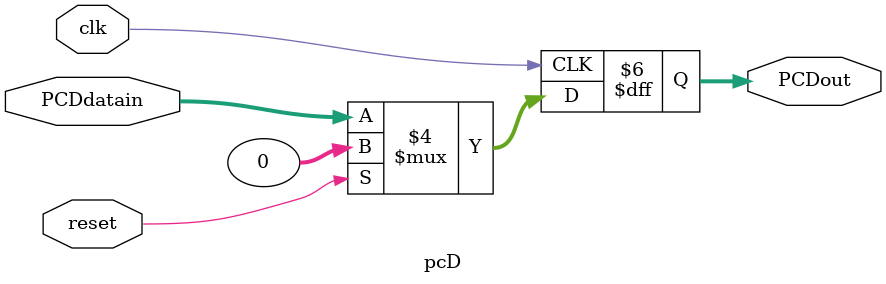
<source format=v>
module pcD (
    input wire clk,           // Señal de reloj
    input wire reset,         // Señal de reinicio
    input wire [31:0] PCDdatain, // Entrada de datos
    output reg [31:0] PCDout
);

always @(negedge clk) begin
    if (reset == 1) begin
        PCDout <= 32'b00000000000000000000000000000000;
    end
    else begin
        PCDout <= PCDdatain;
    end
end

endmodule
</source>
